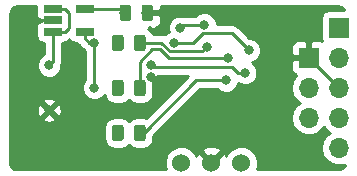
<source format=gbr>
G04 #@! TF.GenerationSoftware,KiCad,Pcbnew,5.0.2-bee76a0~70~ubuntu16.04.1*
G04 #@! TF.CreationDate,2019-07-30T14:22:58+02:00*
G04 #@! TF.ProjectId,hw-DAP42,68772d44-4150-4343-922e-6b696361645f,rev?*
G04 #@! TF.SameCoordinates,Original*
G04 #@! TF.FileFunction,Copper,L2,Bot*
G04 #@! TF.FilePolarity,Positive*
%FSLAX46Y46*%
G04 Gerber Fmt 4.6, Leading zero omitted, Abs format (unit mm)*
G04 Created by KiCad (PCBNEW 5.0.2-bee76a0~70~ubuntu16.04.1) date Tue 30 Jul 2019 02:22:58 PM CEST*
%MOMM*%
%LPD*%
G01*
G04 APERTURE LIST*
G04 #@! TA.AperFunction,Conductor*
%ADD10C,0.100000*%
G04 #@! TD*
G04 #@! TA.AperFunction,SMDPad,CuDef*
%ADD11C,0.975000*%
G04 #@! TD*
G04 #@! TA.AperFunction,ComponentPad*
%ADD12R,1.700000X1.700000*%
G04 #@! TD*
G04 #@! TA.AperFunction,ComponentPad*
%ADD13O,1.700000X1.700000*%
G04 #@! TD*
G04 #@! TA.AperFunction,ComponentPad*
%ADD14C,1.524000*%
G04 #@! TD*
G04 #@! TA.AperFunction,ComponentPad*
%ADD15C,0.797560*%
G04 #@! TD*
G04 #@! TA.AperFunction,SMDPad,CuDef*
%ADD16R,1.560000X0.650000*%
G04 #@! TD*
G04 #@! TA.AperFunction,ViaPad*
%ADD17C,0.800000*%
G04 #@! TD*
G04 #@! TA.AperFunction,Conductor*
%ADD18C,0.250000*%
G04 #@! TD*
G04 #@! TA.AperFunction,Conductor*
%ADD19C,0.254000*%
G04 #@! TD*
G04 APERTURE END LIST*
D10*
G04 #@! TO.N,GND*
G04 #@! TO.C,C1*
G36*
X149160142Y-81851174D02*
X149183803Y-81854684D01*
X149207007Y-81860496D01*
X149229529Y-81868554D01*
X149251153Y-81878782D01*
X149271670Y-81891079D01*
X149290883Y-81905329D01*
X149308607Y-81921393D01*
X149324671Y-81939117D01*
X149338921Y-81958330D01*
X149351218Y-81978847D01*
X149361446Y-82000471D01*
X149369504Y-82022993D01*
X149375316Y-82046197D01*
X149378826Y-82069858D01*
X149380000Y-82093750D01*
X149380000Y-83006250D01*
X149378826Y-83030142D01*
X149375316Y-83053803D01*
X149369504Y-83077007D01*
X149361446Y-83099529D01*
X149351218Y-83121153D01*
X149338921Y-83141670D01*
X149324671Y-83160883D01*
X149308607Y-83178607D01*
X149290883Y-83194671D01*
X149271670Y-83208921D01*
X149251153Y-83221218D01*
X149229529Y-83231446D01*
X149207007Y-83239504D01*
X149183803Y-83245316D01*
X149160142Y-83248826D01*
X149136250Y-83250000D01*
X148648750Y-83250000D01*
X148624858Y-83248826D01*
X148601197Y-83245316D01*
X148577993Y-83239504D01*
X148555471Y-83231446D01*
X148533847Y-83221218D01*
X148513330Y-83208921D01*
X148494117Y-83194671D01*
X148476393Y-83178607D01*
X148460329Y-83160883D01*
X148446079Y-83141670D01*
X148433782Y-83121153D01*
X148423554Y-83099529D01*
X148415496Y-83077007D01*
X148409684Y-83053803D01*
X148406174Y-83030142D01*
X148405000Y-83006250D01*
X148405000Y-82093750D01*
X148406174Y-82069858D01*
X148409684Y-82046197D01*
X148415496Y-82022993D01*
X148423554Y-82000471D01*
X148433782Y-81978847D01*
X148446079Y-81958330D01*
X148460329Y-81939117D01*
X148476393Y-81921393D01*
X148494117Y-81905329D01*
X148513330Y-81891079D01*
X148533847Y-81878782D01*
X148555471Y-81868554D01*
X148577993Y-81860496D01*
X148601197Y-81854684D01*
X148624858Y-81851174D01*
X148648750Y-81850000D01*
X149136250Y-81850000D01*
X149160142Y-81851174D01*
X149160142Y-81851174D01*
G37*
D11*
G04 #@! TD*
G04 #@! TO.P,C1,1*
G04 #@! TO.N,GND*
X148892500Y-82550000D03*
D10*
G04 #@! TO.N,Net-(C1-Pad2)*
G04 #@! TO.C,C1*
G36*
X147285142Y-81851174D02*
X147308803Y-81854684D01*
X147332007Y-81860496D01*
X147354529Y-81868554D01*
X147376153Y-81878782D01*
X147396670Y-81891079D01*
X147415883Y-81905329D01*
X147433607Y-81921393D01*
X147449671Y-81939117D01*
X147463921Y-81958330D01*
X147476218Y-81978847D01*
X147486446Y-82000471D01*
X147494504Y-82022993D01*
X147500316Y-82046197D01*
X147503826Y-82069858D01*
X147505000Y-82093750D01*
X147505000Y-83006250D01*
X147503826Y-83030142D01*
X147500316Y-83053803D01*
X147494504Y-83077007D01*
X147486446Y-83099529D01*
X147476218Y-83121153D01*
X147463921Y-83141670D01*
X147449671Y-83160883D01*
X147433607Y-83178607D01*
X147415883Y-83194671D01*
X147396670Y-83208921D01*
X147376153Y-83221218D01*
X147354529Y-83231446D01*
X147332007Y-83239504D01*
X147308803Y-83245316D01*
X147285142Y-83248826D01*
X147261250Y-83250000D01*
X146773750Y-83250000D01*
X146749858Y-83248826D01*
X146726197Y-83245316D01*
X146702993Y-83239504D01*
X146680471Y-83231446D01*
X146658847Y-83221218D01*
X146638330Y-83208921D01*
X146619117Y-83194671D01*
X146601393Y-83178607D01*
X146585329Y-83160883D01*
X146571079Y-83141670D01*
X146558782Y-83121153D01*
X146548554Y-83099529D01*
X146540496Y-83077007D01*
X146534684Y-83053803D01*
X146531174Y-83030142D01*
X146530000Y-83006250D01*
X146530000Y-82093750D01*
X146531174Y-82069858D01*
X146534684Y-82046197D01*
X146540496Y-82022993D01*
X146548554Y-82000471D01*
X146558782Y-81978847D01*
X146571079Y-81958330D01*
X146585329Y-81939117D01*
X146601393Y-81921393D01*
X146619117Y-81905329D01*
X146638330Y-81891079D01*
X146658847Y-81878782D01*
X146680471Y-81868554D01*
X146702993Y-81860496D01*
X146726197Y-81854684D01*
X146749858Y-81851174D01*
X146773750Y-81850000D01*
X147261250Y-81850000D01*
X147285142Y-81851174D01*
X147285142Y-81851174D01*
G37*
D11*
G04 #@! TD*
G04 #@! TO.P,C1,2*
G04 #@! TO.N,Net-(C1-Pad2)*
X147017500Y-82550000D03*
D10*
G04 #@! TO.N,/LED0*
G04 #@! TO.C,R2*
G36*
X148525142Y-92011174D02*
X148548803Y-92014684D01*
X148572007Y-92020496D01*
X148594529Y-92028554D01*
X148616153Y-92038782D01*
X148636670Y-92051079D01*
X148655883Y-92065329D01*
X148673607Y-92081393D01*
X148689671Y-92099117D01*
X148703921Y-92118330D01*
X148716218Y-92138847D01*
X148726446Y-92160471D01*
X148734504Y-92182993D01*
X148740316Y-92206197D01*
X148743826Y-92229858D01*
X148745000Y-92253750D01*
X148745000Y-93166250D01*
X148743826Y-93190142D01*
X148740316Y-93213803D01*
X148734504Y-93237007D01*
X148726446Y-93259529D01*
X148716218Y-93281153D01*
X148703921Y-93301670D01*
X148689671Y-93320883D01*
X148673607Y-93338607D01*
X148655883Y-93354671D01*
X148636670Y-93368921D01*
X148616153Y-93381218D01*
X148594529Y-93391446D01*
X148572007Y-93399504D01*
X148548803Y-93405316D01*
X148525142Y-93408826D01*
X148501250Y-93410000D01*
X148013750Y-93410000D01*
X147989858Y-93408826D01*
X147966197Y-93405316D01*
X147942993Y-93399504D01*
X147920471Y-93391446D01*
X147898847Y-93381218D01*
X147878330Y-93368921D01*
X147859117Y-93354671D01*
X147841393Y-93338607D01*
X147825329Y-93320883D01*
X147811079Y-93301670D01*
X147798782Y-93281153D01*
X147788554Y-93259529D01*
X147780496Y-93237007D01*
X147774684Y-93213803D01*
X147771174Y-93190142D01*
X147770000Y-93166250D01*
X147770000Y-92253750D01*
X147771174Y-92229858D01*
X147774684Y-92206197D01*
X147780496Y-92182993D01*
X147788554Y-92160471D01*
X147798782Y-92138847D01*
X147811079Y-92118330D01*
X147825329Y-92099117D01*
X147841393Y-92081393D01*
X147859117Y-92065329D01*
X147878330Y-92051079D01*
X147898847Y-92038782D01*
X147920471Y-92028554D01*
X147942993Y-92020496D01*
X147966197Y-92014684D01*
X147989858Y-92011174D01*
X148013750Y-92010000D01*
X148501250Y-92010000D01*
X148525142Y-92011174D01*
X148525142Y-92011174D01*
G37*
D11*
G04 #@! TD*
G04 #@! TO.P,R2,2*
G04 #@! TO.N,/LED0*
X148257500Y-92710000D03*
D10*
G04 #@! TO.N,Net-(D1-Pad1)*
G04 #@! TO.C,R2*
G36*
X146650142Y-92011174D02*
X146673803Y-92014684D01*
X146697007Y-92020496D01*
X146719529Y-92028554D01*
X146741153Y-92038782D01*
X146761670Y-92051079D01*
X146780883Y-92065329D01*
X146798607Y-92081393D01*
X146814671Y-92099117D01*
X146828921Y-92118330D01*
X146841218Y-92138847D01*
X146851446Y-92160471D01*
X146859504Y-92182993D01*
X146865316Y-92206197D01*
X146868826Y-92229858D01*
X146870000Y-92253750D01*
X146870000Y-93166250D01*
X146868826Y-93190142D01*
X146865316Y-93213803D01*
X146859504Y-93237007D01*
X146851446Y-93259529D01*
X146841218Y-93281153D01*
X146828921Y-93301670D01*
X146814671Y-93320883D01*
X146798607Y-93338607D01*
X146780883Y-93354671D01*
X146761670Y-93368921D01*
X146741153Y-93381218D01*
X146719529Y-93391446D01*
X146697007Y-93399504D01*
X146673803Y-93405316D01*
X146650142Y-93408826D01*
X146626250Y-93410000D01*
X146138750Y-93410000D01*
X146114858Y-93408826D01*
X146091197Y-93405316D01*
X146067993Y-93399504D01*
X146045471Y-93391446D01*
X146023847Y-93381218D01*
X146003330Y-93368921D01*
X145984117Y-93354671D01*
X145966393Y-93338607D01*
X145950329Y-93320883D01*
X145936079Y-93301670D01*
X145923782Y-93281153D01*
X145913554Y-93259529D01*
X145905496Y-93237007D01*
X145899684Y-93213803D01*
X145896174Y-93190142D01*
X145895000Y-93166250D01*
X145895000Y-92253750D01*
X145896174Y-92229858D01*
X145899684Y-92206197D01*
X145905496Y-92182993D01*
X145913554Y-92160471D01*
X145923782Y-92138847D01*
X145936079Y-92118330D01*
X145950329Y-92099117D01*
X145966393Y-92081393D01*
X145984117Y-92065329D01*
X146003330Y-92051079D01*
X146023847Y-92038782D01*
X146045471Y-92028554D01*
X146067993Y-92020496D01*
X146091197Y-92014684D01*
X146114858Y-92011174D01*
X146138750Y-92010000D01*
X146626250Y-92010000D01*
X146650142Y-92011174D01*
X146650142Y-92011174D01*
G37*
D11*
G04 #@! TD*
G04 #@! TO.P,R2,1*
G04 #@! TO.N,Net-(D1-Pad1)*
X146382500Y-92710000D03*
D10*
G04 #@! TO.N,/LED1*
G04 #@! TO.C,R3*
G36*
X148525142Y-88201174D02*
X148548803Y-88204684D01*
X148572007Y-88210496D01*
X148594529Y-88218554D01*
X148616153Y-88228782D01*
X148636670Y-88241079D01*
X148655883Y-88255329D01*
X148673607Y-88271393D01*
X148689671Y-88289117D01*
X148703921Y-88308330D01*
X148716218Y-88328847D01*
X148726446Y-88350471D01*
X148734504Y-88372993D01*
X148740316Y-88396197D01*
X148743826Y-88419858D01*
X148745000Y-88443750D01*
X148745000Y-89356250D01*
X148743826Y-89380142D01*
X148740316Y-89403803D01*
X148734504Y-89427007D01*
X148726446Y-89449529D01*
X148716218Y-89471153D01*
X148703921Y-89491670D01*
X148689671Y-89510883D01*
X148673607Y-89528607D01*
X148655883Y-89544671D01*
X148636670Y-89558921D01*
X148616153Y-89571218D01*
X148594529Y-89581446D01*
X148572007Y-89589504D01*
X148548803Y-89595316D01*
X148525142Y-89598826D01*
X148501250Y-89600000D01*
X148013750Y-89600000D01*
X147989858Y-89598826D01*
X147966197Y-89595316D01*
X147942993Y-89589504D01*
X147920471Y-89581446D01*
X147898847Y-89571218D01*
X147878330Y-89558921D01*
X147859117Y-89544671D01*
X147841393Y-89528607D01*
X147825329Y-89510883D01*
X147811079Y-89491670D01*
X147798782Y-89471153D01*
X147788554Y-89449529D01*
X147780496Y-89427007D01*
X147774684Y-89403803D01*
X147771174Y-89380142D01*
X147770000Y-89356250D01*
X147770000Y-88443750D01*
X147771174Y-88419858D01*
X147774684Y-88396197D01*
X147780496Y-88372993D01*
X147788554Y-88350471D01*
X147798782Y-88328847D01*
X147811079Y-88308330D01*
X147825329Y-88289117D01*
X147841393Y-88271393D01*
X147859117Y-88255329D01*
X147878330Y-88241079D01*
X147898847Y-88228782D01*
X147920471Y-88218554D01*
X147942993Y-88210496D01*
X147966197Y-88204684D01*
X147989858Y-88201174D01*
X148013750Y-88200000D01*
X148501250Y-88200000D01*
X148525142Y-88201174D01*
X148525142Y-88201174D01*
G37*
D11*
G04 #@! TD*
G04 #@! TO.P,R3,2*
G04 #@! TO.N,/LED1*
X148257500Y-88900000D03*
D10*
G04 #@! TO.N,Net-(D2-Pad1)*
G04 #@! TO.C,R3*
G36*
X146650142Y-88201174D02*
X146673803Y-88204684D01*
X146697007Y-88210496D01*
X146719529Y-88218554D01*
X146741153Y-88228782D01*
X146761670Y-88241079D01*
X146780883Y-88255329D01*
X146798607Y-88271393D01*
X146814671Y-88289117D01*
X146828921Y-88308330D01*
X146841218Y-88328847D01*
X146851446Y-88350471D01*
X146859504Y-88372993D01*
X146865316Y-88396197D01*
X146868826Y-88419858D01*
X146870000Y-88443750D01*
X146870000Y-89356250D01*
X146868826Y-89380142D01*
X146865316Y-89403803D01*
X146859504Y-89427007D01*
X146851446Y-89449529D01*
X146841218Y-89471153D01*
X146828921Y-89491670D01*
X146814671Y-89510883D01*
X146798607Y-89528607D01*
X146780883Y-89544671D01*
X146761670Y-89558921D01*
X146741153Y-89571218D01*
X146719529Y-89581446D01*
X146697007Y-89589504D01*
X146673803Y-89595316D01*
X146650142Y-89598826D01*
X146626250Y-89600000D01*
X146138750Y-89600000D01*
X146114858Y-89598826D01*
X146091197Y-89595316D01*
X146067993Y-89589504D01*
X146045471Y-89581446D01*
X146023847Y-89571218D01*
X146003330Y-89558921D01*
X145984117Y-89544671D01*
X145966393Y-89528607D01*
X145950329Y-89510883D01*
X145936079Y-89491670D01*
X145923782Y-89471153D01*
X145913554Y-89449529D01*
X145905496Y-89427007D01*
X145899684Y-89403803D01*
X145896174Y-89380142D01*
X145895000Y-89356250D01*
X145895000Y-88443750D01*
X145896174Y-88419858D01*
X145899684Y-88396197D01*
X145905496Y-88372993D01*
X145913554Y-88350471D01*
X145923782Y-88328847D01*
X145936079Y-88308330D01*
X145950329Y-88289117D01*
X145966393Y-88271393D01*
X145984117Y-88255329D01*
X146003330Y-88241079D01*
X146023847Y-88228782D01*
X146045471Y-88218554D01*
X146067993Y-88210496D01*
X146091197Y-88204684D01*
X146114858Y-88201174D01*
X146138750Y-88200000D01*
X146626250Y-88200000D01*
X146650142Y-88201174D01*
X146650142Y-88201174D01*
G37*
D11*
G04 #@! TD*
G04 #@! TO.P,R3,1*
G04 #@! TO.N,Net-(D2-Pad1)*
X146382500Y-88900000D03*
D10*
G04 #@! TO.N,Net-(D3-Pad1)*
G04 #@! TO.C,R4*
G36*
X146650142Y-84391174D02*
X146673803Y-84394684D01*
X146697007Y-84400496D01*
X146719529Y-84408554D01*
X146741153Y-84418782D01*
X146761670Y-84431079D01*
X146780883Y-84445329D01*
X146798607Y-84461393D01*
X146814671Y-84479117D01*
X146828921Y-84498330D01*
X146841218Y-84518847D01*
X146851446Y-84540471D01*
X146859504Y-84562993D01*
X146865316Y-84586197D01*
X146868826Y-84609858D01*
X146870000Y-84633750D01*
X146870000Y-85546250D01*
X146868826Y-85570142D01*
X146865316Y-85593803D01*
X146859504Y-85617007D01*
X146851446Y-85639529D01*
X146841218Y-85661153D01*
X146828921Y-85681670D01*
X146814671Y-85700883D01*
X146798607Y-85718607D01*
X146780883Y-85734671D01*
X146761670Y-85748921D01*
X146741153Y-85761218D01*
X146719529Y-85771446D01*
X146697007Y-85779504D01*
X146673803Y-85785316D01*
X146650142Y-85788826D01*
X146626250Y-85790000D01*
X146138750Y-85790000D01*
X146114858Y-85788826D01*
X146091197Y-85785316D01*
X146067993Y-85779504D01*
X146045471Y-85771446D01*
X146023847Y-85761218D01*
X146003330Y-85748921D01*
X145984117Y-85734671D01*
X145966393Y-85718607D01*
X145950329Y-85700883D01*
X145936079Y-85681670D01*
X145923782Y-85661153D01*
X145913554Y-85639529D01*
X145905496Y-85617007D01*
X145899684Y-85593803D01*
X145896174Y-85570142D01*
X145895000Y-85546250D01*
X145895000Y-84633750D01*
X145896174Y-84609858D01*
X145899684Y-84586197D01*
X145905496Y-84562993D01*
X145913554Y-84540471D01*
X145923782Y-84518847D01*
X145936079Y-84498330D01*
X145950329Y-84479117D01*
X145966393Y-84461393D01*
X145984117Y-84445329D01*
X146003330Y-84431079D01*
X146023847Y-84418782D01*
X146045471Y-84408554D01*
X146067993Y-84400496D01*
X146091197Y-84394684D01*
X146114858Y-84391174D01*
X146138750Y-84390000D01*
X146626250Y-84390000D01*
X146650142Y-84391174D01*
X146650142Y-84391174D01*
G37*
D11*
G04 #@! TD*
G04 #@! TO.P,R4,1*
G04 #@! TO.N,Net-(D3-Pad1)*
X146382500Y-85090000D03*
D10*
G04 #@! TO.N,/LED2*
G04 #@! TO.C,R4*
G36*
X148525142Y-84391174D02*
X148548803Y-84394684D01*
X148572007Y-84400496D01*
X148594529Y-84408554D01*
X148616153Y-84418782D01*
X148636670Y-84431079D01*
X148655883Y-84445329D01*
X148673607Y-84461393D01*
X148689671Y-84479117D01*
X148703921Y-84498330D01*
X148716218Y-84518847D01*
X148726446Y-84540471D01*
X148734504Y-84562993D01*
X148740316Y-84586197D01*
X148743826Y-84609858D01*
X148745000Y-84633750D01*
X148745000Y-85546250D01*
X148743826Y-85570142D01*
X148740316Y-85593803D01*
X148734504Y-85617007D01*
X148726446Y-85639529D01*
X148716218Y-85661153D01*
X148703921Y-85681670D01*
X148689671Y-85700883D01*
X148673607Y-85718607D01*
X148655883Y-85734671D01*
X148636670Y-85748921D01*
X148616153Y-85761218D01*
X148594529Y-85771446D01*
X148572007Y-85779504D01*
X148548803Y-85785316D01*
X148525142Y-85788826D01*
X148501250Y-85790000D01*
X148013750Y-85790000D01*
X147989858Y-85788826D01*
X147966197Y-85785316D01*
X147942993Y-85779504D01*
X147920471Y-85771446D01*
X147898847Y-85761218D01*
X147878330Y-85748921D01*
X147859117Y-85734671D01*
X147841393Y-85718607D01*
X147825329Y-85700883D01*
X147811079Y-85681670D01*
X147798782Y-85661153D01*
X147788554Y-85639529D01*
X147780496Y-85617007D01*
X147774684Y-85593803D01*
X147771174Y-85570142D01*
X147770000Y-85546250D01*
X147770000Y-84633750D01*
X147771174Y-84609858D01*
X147774684Y-84586197D01*
X147780496Y-84562993D01*
X147788554Y-84540471D01*
X147798782Y-84518847D01*
X147811079Y-84498330D01*
X147825329Y-84479117D01*
X147841393Y-84461393D01*
X147859117Y-84445329D01*
X147878330Y-84431079D01*
X147898847Y-84418782D01*
X147920471Y-84408554D01*
X147942993Y-84400496D01*
X147966197Y-84394684D01*
X147989858Y-84391174D01*
X148013750Y-84390000D01*
X148501250Y-84390000D01*
X148525142Y-84391174D01*
X148525142Y-84391174D01*
G37*
D11*
G04 #@! TD*
G04 #@! TO.P,R4,2*
G04 #@! TO.N,/LED2*
X148257500Y-85090000D03*
D12*
G04 #@! TO.P,J3,1*
G04 #@! TO.N,GND*
X162560000Y-86360000D03*
D13*
G04 #@! TO.P,J3,2*
G04 #@! TO.N,/TGT_TX*
X162560000Y-88900000D03*
G04 #@! TO.P,J3,3*
G04 #@! TO.N,/TGT_RX*
X162560000Y-91440000D03*
G04 #@! TD*
D14*
G04 #@! TO.P,X1,1*
G04 #@! TO.N,/IF_SWDIO*
X151765000Y-95250000D03*
G04 #@! TO.P,X1,2*
G04 #@! TO.N,GND*
X154305000Y-95250000D03*
G04 #@! TO.P,X1,3*
G04 #@! TO.N,/IF_SWCLK*
X156845000Y-95250000D03*
G04 #@! TD*
D12*
G04 #@! TO.P,J2,1*
G04 #@! TO.N,/TGT_RESET*
X165100000Y-83820000D03*
D13*
G04 #@! TO.P,J2,2*
G04 #@! TO.N,/TGT_SWDIO*
X165100000Y-86360000D03*
G04 #@! TO.P,J2,3*
G04 #@! TO.N,GND*
X165100000Y-88900000D03*
G04 #@! TO.P,J2,4*
G04 #@! TO.N,/TGT_SWCLK*
X165100000Y-91440000D03*
G04 #@! TO.P,J2,5*
G04 #@! TO.N,/TGT_SWO*
X165100000Y-93980000D03*
G04 #@! TD*
D15*
G04 #@! TO.P,J1,5*
G04 #@! TO.N,GND*
X140576300Y-90797380D03*
G04 #@! TO.P,J1,1*
G04 #@! TO.N,+5V*
X140578840Y-87000080D03*
G04 #@! TD*
D16*
G04 #@! TO.P,U1,1*
G04 #@! TO.N,+5V*
X140890000Y-84135000D03*
G04 #@! TO.P,U1,2*
G04 #@! TO.N,GND*
X140890000Y-83185000D03*
G04 #@! TO.P,U1,3*
G04 #@! TO.N,+5V*
X140890000Y-82235000D03*
G04 #@! TO.P,U1,4*
G04 #@! TO.N,Net-(C1-Pad2)*
X143590000Y-82235000D03*
G04 #@! TO.P,U1,5*
G04 #@! TO.N,VCC*
X143590000Y-84135000D03*
G04 #@! TD*
D17*
G04 #@! TO.N,GND*
X138430000Y-84950300D03*
X138430000Y-87701120D03*
X138430000Y-90098880D03*
X138430000Y-92849700D03*
X159052500Y-87630000D03*
X159061806Y-90150464D03*
X159097115Y-92665385D03*
X149224837Y-87995011D03*
G04 #@! TO.N,VCC*
X144390000Y-88900000D03*
X157177500Y-87630000D03*
X144390000Y-85090000D03*
X149225000Y-86994992D03*
G04 #@! TO.N,Net-(D1-Pad1)*
X146440000Y-92710000D03*
G04 #@! TO.N,Net-(D2-Pad1)*
X146440000Y-88900000D03*
G04 #@! TO.N,Net-(D3-Pad1)*
X146440000Y-85090000D03*
G04 #@! TO.N,/TGT_SWCLK*
X153711054Y-83549979D03*
X151674990Y-83820000D03*
G04 #@! TO.N,/TGT_SWO*
X151130000Y-85090000D03*
X157480000Y-85725000D03*
G04 #@! TO.N,/LED0*
X155575000Y-88265000D03*
G04 #@! TO.N,/LED1*
X155721683Y-86375575D03*
G04 #@! TO.N,/LED2*
X153946496Y-85416028D03*
G04 #@! TD*
D18*
G04 #@! TO.N,Net-(C1-Pad2)*
X146702500Y-82235000D02*
X147017500Y-82550000D01*
X143590000Y-82235000D02*
X146702500Y-82235000D01*
G04 #@! TO.N,GND*
X138430000Y-83751610D02*
X138996610Y-83185000D01*
X139860000Y-83185000D02*
X140890000Y-83185000D01*
X138996610Y-83185000D02*
X139860000Y-83185000D01*
X138430000Y-84950300D02*
X138430000Y-83751610D01*
X162560000Y-86360000D02*
X165100000Y-88900000D01*
G04 #@! TO.N,VCC*
X143590000Y-84710000D02*
X143970000Y-85090000D01*
X143590000Y-84135000D02*
X143590000Y-84710000D01*
X143970000Y-85090000D02*
X144145000Y-85090000D01*
X144390000Y-85335000D02*
X144145000Y-85090000D01*
X144390000Y-88900000D02*
X144390000Y-85335000D01*
X156060577Y-87100577D02*
X149330585Y-87100577D01*
X149330585Y-87100577D02*
X149225000Y-86994992D01*
X156590000Y-87630000D02*
X156060577Y-87100577D01*
X157177500Y-87630000D02*
X156590000Y-87630000D01*
G04 #@! TO.N,+5V*
X141920000Y-84135000D02*
X142240000Y-83815000D01*
X140890000Y-84135000D02*
X141920000Y-84135000D01*
X141920000Y-82235000D02*
X140890000Y-82235000D01*
X142240000Y-82555000D02*
X141920000Y-82235000D01*
X142240000Y-83815000D02*
X142240000Y-82555000D01*
X140890000Y-86688920D02*
X140890000Y-84135000D01*
X140578840Y-87000080D02*
X140890000Y-86688920D01*
G04 #@! TO.N,/TGT_SWCLK*
X153711054Y-83549979D02*
X151945011Y-83549979D01*
X151945011Y-83549979D02*
X151674990Y-83820000D01*
G04 #@! TO.N,/TGT_SWO*
X152783484Y-85090000D02*
X153598495Y-84274989D01*
X156029989Y-84274989D02*
X157480000Y-85725000D01*
X151130000Y-85090000D02*
X152783484Y-85090000D01*
X153598495Y-84274989D02*
X156029989Y-84274989D01*
G04 #@! TO.N,/LED0*
X148590000Y-92710000D02*
X148257500Y-92710000D01*
X153035000Y-88265000D02*
X148590000Y-92710000D01*
X155575000Y-88265000D02*
X153035000Y-88265000D01*
G04 #@! TO.N,/LED1*
X150706162Y-86375575D02*
X155155998Y-86375575D01*
X155155998Y-86375575D02*
X155721683Y-86375575D01*
X148257500Y-88900000D02*
X148257500Y-86692500D01*
X148257500Y-86692500D02*
X149315002Y-85634998D01*
X149315002Y-85634998D02*
X149965585Y-85634998D01*
X149965585Y-85634998D02*
X150706162Y-86375575D01*
G04 #@! TO.N,/LED2*
X153546497Y-85816027D02*
X153946496Y-85416028D01*
X148257500Y-85090000D02*
X150056998Y-85090000D01*
X150783025Y-85816027D02*
X153546497Y-85816027D01*
X150056998Y-85090000D02*
X150783025Y-85816027D01*
G04 #@! TD*
D19*
G04 #@! TO.N,GND*
G36*
X139462560Y-82560000D02*
X139489936Y-82697631D01*
X139475000Y-82733690D01*
X139475000Y-82899250D01*
X139633750Y-83058000D01*
X139712341Y-83058000D01*
X139862235Y-83158157D01*
X139997185Y-83185000D01*
X139862235Y-83211843D01*
X139712341Y-83312000D01*
X139633750Y-83312000D01*
X139475000Y-83470750D01*
X139475000Y-83636310D01*
X139489936Y-83672369D01*
X139462560Y-83810000D01*
X139462560Y-84460000D01*
X139511843Y-84707765D01*
X139652191Y-84917809D01*
X139862235Y-85058157D01*
X140110000Y-85107440D01*
X140130001Y-85107440D01*
X140130000Y-86067040D01*
X139993251Y-86123684D01*
X139702444Y-86414491D01*
X139545060Y-86794448D01*
X139545060Y-87205712D01*
X139702444Y-87585669D01*
X139993251Y-87876476D01*
X140373208Y-88033860D01*
X140784472Y-88033860D01*
X141164429Y-87876476D01*
X141455236Y-87585669D01*
X141612620Y-87205712D01*
X141612620Y-86951694D01*
X141644958Y-86789118D01*
X141650000Y-86763772D01*
X141650000Y-86763768D01*
X141664888Y-86688920D01*
X141650000Y-86614072D01*
X141650000Y-85107440D01*
X141670000Y-85107440D01*
X141917765Y-85058157D01*
X142127809Y-84917809D01*
X142165766Y-84861003D01*
X142216537Y-84850904D01*
X142279414Y-84808891D01*
X142352191Y-84917809D01*
X142562235Y-85058157D01*
X142810000Y-85107440D01*
X142941518Y-85107440D01*
X143042072Y-85257929D01*
X143105528Y-85300329D01*
X143379669Y-85574470D01*
X143422071Y-85637929D01*
X143579225Y-85742936D01*
X143630001Y-85793712D01*
X143630000Y-88196289D01*
X143512569Y-88313720D01*
X143355000Y-88694126D01*
X143355000Y-89105874D01*
X143512569Y-89486280D01*
X143803720Y-89777431D01*
X144184126Y-89935000D01*
X144595874Y-89935000D01*
X144976280Y-89777431D01*
X145267431Y-89486280D01*
X145271480Y-89476504D01*
X145315398Y-89697294D01*
X145508584Y-89986416D01*
X145797706Y-90179602D01*
X146138750Y-90247440D01*
X146626250Y-90247440D01*
X146967294Y-90179602D01*
X147256416Y-89986416D01*
X147320000Y-89891256D01*
X147383584Y-89986416D01*
X147672706Y-90179602D01*
X148013750Y-90247440D01*
X148501250Y-90247440D01*
X148842294Y-90179602D01*
X149131416Y-89986416D01*
X149324602Y-89697294D01*
X149392440Y-89356250D01*
X149392440Y-88443750D01*
X149324602Y-88102706D01*
X149276016Y-88029992D01*
X149430874Y-88029992D01*
X149811280Y-87872423D01*
X149823126Y-87860577D01*
X152364621Y-87860577D01*
X148802680Y-91422518D01*
X148501250Y-91362560D01*
X148013750Y-91362560D01*
X147672706Y-91430398D01*
X147383584Y-91623584D01*
X147320000Y-91718744D01*
X147256416Y-91623584D01*
X146967294Y-91430398D01*
X146626250Y-91362560D01*
X146138750Y-91362560D01*
X145797706Y-91430398D01*
X145508584Y-91623584D01*
X145315398Y-91912706D01*
X145247560Y-92253750D01*
X145247560Y-93166250D01*
X145315398Y-93507294D01*
X145508584Y-93796416D01*
X145797706Y-93989602D01*
X146138750Y-94057440D01*
X146626250Y-94057440D01*
X146967294Y-93989602D01*
X147256416Y-93796416D01*
X147320000Y-93701256D01*
X147383584Y-93796416D01*
X147672706Y-93989602D01*
X148013750Y-94057440D01*
X148501250Y-94057440D01*
X148842294Y-93989602D01*
X149131416Y-93796416D01*
X149324602Y-93507294D01*
X149392440Y-93166250D01*
X149392440Y-92982361D01*
X153349802Y-89025000D01*
X154871289Y-89025000D01*
X154988720Y-89142431D01*
X155369126Y-89300000D01*
X155780874Y-89300000D01*
X156161280Y-89142431D01*
X156452431Y-88851280D01*
X156594325Y-88508717D01*
X156971626Y-88665000D01*
X157383374Y-88665000D01*
X157763780Y-88507431D01*
X158054931Y-88216280D01*
X158212500Y-87835874D01*
X158212500Y-87424126D01*
X158054931Y-87043720D01*
X157763780Y-86752569D01*
X157733797Y-86740150D01*
X158066280Y-86602431D01*
X158357431Y-86311280D01*
X158515000Y-85930874D01*
X158515000Y-85519126D01*
X158458901Y-85383690D01*
X161075000Y-85383690D01*
X161075000Y-86074250D01*
X161233750Y-86233000D01*
X162433000Y-86233000D01*
X162433000Y-85033750D01*
X162274250Y-84875000D01*
X161583691Y-84875000D01*
X161350302Y-84971673D01*
X161171673Y-85150301D01*
X161075000Y-85383690D01*
X158458901Y-85383690D01*
X158357431Y-85138720D01*
X158066280Y-84847569D01*
X157685874Y-84690000D01*
X157519802Y-84690000D01*
X156620320Y-83790519D01*
X156577918Y-83727060D01*
X156326526Y-83559085D01*
X156104841Y-83514989D01*
X156104836Y-83514989D01*
X156029989Y-83500101D01*
X155955142Y-83514989D01*
X154746054Y-83514989D01*
X154746054Y-83344105D01*
X154588485Y-82963699D01*
X154297334Y-82672548D01*
X153916928Y-82514979D01*
X153505180Y-82514979D01*
X153124774Y-82672548D01*
X153007343Y-82789979D01*
X152019857Y-82789979D01*
X151945010Y-82775091D01*
X151885513Y-82786926D01*
X151880864Y-82785000D01*
X151469116Y-82785000D01*
X151088710Y-82942569D01*
X150797559Y-83233720D01*
X150639990Y-83614126D01*
X150639990Y-84025874D01*
X150691898Y-84151192D01*
X150543720Y-84212569D01*
X150370714Y-84385575D01*
X150353535Y-84374096D01*
X150131850Y-84330000D01*
X150131845Y-84330000D01*
X150056998Y-84315112D01*
X149982151Y-84330000D01*
X149332020Y-84330000D01*
X149324602Y-84292706D01*
X149131416Y-84003584D01*
X148953943Y-83885000D01*
X149019502Y-83885000D01*
X149019502Y-83726252D01*
X149178250Y-83885000D01*
X149506309Y-83885000D01*
X149739698Y-83788327D01*
X149918327Y-83609699D01*
X150015000Y-83376310D01*
X150015000Y-82835750D01*
X149856250Y-82677000D01*
X149019500Y-82677000D01*
X149019500Y-82697000D01*
X148765500Y-82697000D01*
X148765500Y-82677000D01*
X148745500Y-82677000D01*
X148745500Y-82423000D01*
X148765500Y-82423000D01*
X148765500Y-82403000D01*
X149019500Y-82403000D01*
X149019500Y-82423000D01*
X149856250Y-82423000D01*
X150015000Y-82264250D01*
X150015000Y-82015000D01*
X165035695Y-82015000D01*
X165279102Y-82057919D01*
X165436604Y-82148854D01*
X165553503Y-82288168D01*
X165566021Y-82322560D01*
X164250000Y-82322560D01*
X164002235Y-82371843D01*
X163792191Y-82512191D01*
X163651843Y-82722235D01*
X163602560Y-82970000D01*
X163602560Y-84670000D01*
X163651843Y-84917765D01*
X163656546Y-84924804D01*
X163536309Y-84875000D01*
X162845750Y-84875000D01*
X162687000Y-85033750D01*
X162687000Y-86233000D01*
X162707000Y-86233000D01*
X162707000Y-86487000D01*
X162687000Y-86487000D01*
X162687000Y-86507000D01*
X162433000Y-86507000D01*
X162433000Y-86487000D01*
X161233750Y-86487000D01*
X161075000Y-86645750D01*
X161075000Y-87336310D01*
X161171673Y-87569699D01*
X161350302Y-87748327D01*
X161511033Y-87814904D01*
X161489375Y-87829375D01*
X161161161Y-88320582D01*
X161045908Y-88900000D01*
X161161161Y-89479418D01*
X161489375Y-89970625D01*
X161787761Y-90170000D01*
X161489375Y-90369375D01*
X161161161Y-90860582D01*
X161045908Y-91440000D01*
X161161161Y-92019418D01*
X161489375Y-92510625D01*
X161980582Y-92838839D01*
X162413744Y-92925000D01*
X162706256Y-92925000D01*
X163139418Y-92838839D01*
X163630625Y-92510625D01*
X163830000Y-92212239D01*
X164029375Y-92510625D01*
X164327761Y-92710000D01*
X164029375Y-92909375D01*
X163701161Y-93400582D01*
X163585908Y-93980000D01*
X163701161Y-94559418D01*
X164029375Y-95050625D01*
X164520582Y-95378839D01*
X164953744Y-95465000D01*
X165246256Y-95465000D01*
X165598091Y-95395016D01*
X165592081Y-95429103D01*
X165501147Y-95586604D01*
X165361831Y-95703504D01*
X165160077Y-95776937D01*
X165067911Y-95785000D01*
X158135498Y-95785000D01*
X158242000Y-95527881D01*
X158242000Y-94972119D01*
X158029320Y-94458663D01*
X157636337Y-94065680D01*
X157122881Y-93853000D01*
X156567119Y-93853000D01*
X156053663Y-94065680D01*
X155660680Y-94458663D01*
X155581572Y-94649647D01*
X155527397Y-94518857D01*
X155285213Y-94449392D01*
X154484605Y-95250000D01*
X154498748Y-95264143D01*
X154319143Y-95443748D01*
X154305000Y-95429605D01*
X154290858Y-95443748D01*
X154111253Y-95264143D01*
X154125395Y-95250000D01*
X153324787Y-94449392D01*
X153082603Y-94518857D01*
X153032465Y-94659393D01*
X152949320Y-94458663D01*
X152760444Y-94269787D01*
X153504392Y-94269787D01*
X154305000Y-95070395D01*
X155105608Y-94269787D01*
X155036143Y-94027603D01*
X154512698Y-93840856D01*
X153957632Y-93868638D01*
X153573857Y-94027603D01*
X153504392Y-94269787D01*
X152760444Y-94269787D01*
X152556337Y-94065680D01*
X152042881Y-93853000D01*
X151487119Y-93853000D01*
X150973663Y-94065680D01*
X150580680Y-94458663D01*
X150368000Y-94972119D01*
X150368000Y-95527881D01*
X150474502Y-95785000D01*
X137859305Y-95785000D01*
X137615897Y-95742081D01*
X137458396Y-95651147D01*
X137341496Y-95511831D01*
X137268063Y-95310077D01*
X137260000Y-95217911D01*
X137260000Y-91513841D01*
X140039444Y-91513841D01*
X140064014Y-91718546D01*
X140455524Y-91844470D01*
X140865422Y-91810984D01*
X141088586Y-91718546D01*
X141113156Y-91513841D01*
X140576300Y-90976985D01*
X140039444Y-91513841D01*
X137260000Y-91513841D01*
X137260000Y-90676604D01*
X139529210Y-90676604D01*
X139562696Y-91086502D01*
X139655134Y-91309666D01*
X139859839Y-91334236D01*
X140396695Y-90797380D01*
X140755905Y-90797380D01*
X141292761Y-91334236D01*
X141497466Y-91309666D01*
X141623390Y-90918156D01*
X141589904Y-90508258D01*
X141497466Y-90285094D01*
X141292761Y-90260524D01*
X140755905Y-90797380D01*
X140396695Y-90797380D01*
X139859839Y-90260524D01*
X139655134Y-90285094D01*
X139529210Y-90676604D01*
X137260000Y-90676604D01*
X137260000Y-90080919D01*
X140039444Y-90080919D01*
X140576300Y-90617775D01*
X141113156Y-90080919D01*
X141088586Y-89876214D01*
X140697076Y-89750290D01*
X140287178Y-89783776D01*
X140064014Y-89876214D01*
X140039444Y-90080919D01*
X137260000Y-90080919D01*
X137260000Y-82614305D01*
X137302919Y-82370898D01*
X137393854Y-82213396D01*
X137533168Y-82096497D01*
X137734924Y-82023063D01*
X137827089Y-82015000D01*
X139462560Y-82015000D01*
X139462560Y-82560000D01*
X139462560Y-82560000D01*
G37*
X139462560Y-82560000D02*
X139489936Y-82697631D01*
X139475000Y-82733690D01*
X139475000Y-82899250D01*
X139633750Y-83058000D01*
X139712341Y-83058000D01*
X139862235Y-83158157D01*
X139997185Y-83185000D01*
X139862235Y-83211843D01*
X139712341Y-83312000D01*
X139633750Y-83312000D01*
X139475000Y-83470750D01*
X139475000Y-83636310D01*
X139489936Y-83672369D01*
X139462560Y-83810000D01*
X139462560Y-84460000D01*
X139511843Y-84707765D01*
X139652191Y-84917809D01*
X139862235Y-85058157D01*
X140110000Y-85107440D01*
X140130001Y-85107440D01*
X140130000Y-86067040D01*
X139993251Y-86123684D01*
X139702444Y-86414491D01*
X139545060Y-86794448D01*
X139545060Y-87205712D01*
X139702444Y-87585669D01*
X139993251Y-87876476D01*
X140373208Y-88033860D01*
X140784472Y-88033860D01*
X141164429Y-87876476D01*
X141455236Y-87585669D01*
X141612620Y-87205712D01*
X141612620Y-86951694D01*
X141644958Y-86789118D01*
X141650000Y-86763772D01*
X141650000Y-86763768D01*
X141664888Y-86688920D01*
X141650000Y-86614072D01*
X141650000Y-85107440D01*
X141670000Y-85107440D01*
X141917765Y-85058157D01*
X142127809Y-84917809D01*
X142165766Y-84861003D01*
X142216537Y-84850904D01*
X142279414Y-84808891D01*
X142352191Y-84917809D01*
X142562235Y-85058157D01*
X142810000Y-85107440D01*
X142941518Y-85107440D01*
X143042072Y-85257929D01*
X143105528Y-85300329D01*
X143379669Y-85574470D01*
X143422071Y-85637929D01*
X143579225Y-85742936D01*
X143630001Y-85793712D01*
X143630000Y-88196289D01*
X143512569Y-88313720D01*
X143355000Y-88694126D01*
X143355000Y-89105874D01*
X143512569Y-89486280D01*
X143803720Y-89777431D01*
X144184126Y-89935000D01*
X144595874Y-89935000D01*
X144976280Y-89777431D01*
X145267431Y-89486280D01*
X145271480Y-89476504D01*
X145315398Y-89697294D01*
X145508584Y-89986416D01*
X145797706Y-90179602D01*
X146138750Y-90247440D01*
X146626250Y-90247440D01*
X146967294Y-90179602D01*
X147256416Y-89986416D01*
X147320000Y-89891256D01*
X147383584Y-89986416D01*
X147672706Y-90179602D01*
X148013750Y-90247440D01*
X148501250Y-90247440D01*
X148842294Y-90179602D01*
X149131416Y-89986416D01*
X149324602Y-89697294D01*
X149392440Y-89356250D01*
X149392440Y-88443750D01*
X149324602Y-88102706D01*
X149276016Y-88029992D01*
X149430874Y-88029992D01*
X149811280Y-87872423D01*
X149823126Y-87860577D01*
X152364621Y-87860577D01*
X148802680Y-91422518D01*
X148501250Y-91362560D01*
X148013750Y-91362560D01*
X147672706Y-91430398D01*
X147383584Y-91623584D01*
X147320000Y-91718744D01*
X147256416Y-91623584D01*
X146967294Y-91430398D01*
X146626250Y-91362560D01*
X146138750Y-91362560D01*
X145797706Y-91430398D01*
X145508584Y-91623584D01*
X145315398Y-91912706D01*
X145247560Y-92253750D01*
X145247560Y-93166250D01*
X145315398Y-93507294D01*
X145508584Y-93796416D01*
X145797706Y-93989602D01*
X146138750Y-94057440D01*
X146626250Y-94057440D01*
X146967294Y-93989602D01*
X147256416Y-93796416D01*
X147320000Y-93701256D01*
X147383584Y-93796416D01*
X147672706Y-93989602D01*
X148013750Y-94057440D01*
X148501250Y-94057440D01*
X148842294Y-93989602D01*
X149131416Y-93796416D01*
X149324602Y-93507294D01*
X149392440Y-93166250D01*
X149392440Y-92982361D01*
X153349802Y-89025000D01*
X154871289Y-89025000D01*
X154988720Y-89142431D01*
X155369126Y-89300000D01*
X155780874Y-89300000D01*
X156161280Y-89142431D01*
X156452431Y-88851280D01*
X156594325Y-88508717D01*
X156971626Y-88665000D01*
X157383374Y-88665000D01*
X157763780Y-88507431D01*
X158054931Y-88216280D01*
X158212500Y-87835874D01*
X158212500Y-87424126D01*
X158054931Y-87043720D01*
X157763780Y-86752569D01*
X157733797Y-86740150D01*
X158066280Y-86602431D01*
X158357431Y-86311280D01*
X158515000Y-85930874D01*
X158515000Y-85519126D01*
X158458901Y-85383690D01*
X161075000Y-85383690D01*
X161075000Y-86074250D01*
X161233750Y-86233000D01*
X162433000Y-86233000D01*
X162433000Y-85033750D01*
X162274250Y-84875000D01*
X161583691Y-84875000D01*
X161350302Y-84971673D01*
X161171673Y-85150301D01*
X161075000Y-85383690D01*
X158458901Y-85383690D01*
X158357431Y-85138720D01*
X158066280Y-84847569D01*
X157685874Y-84690000D01*
X157519802Y-84690000D01*
X156620320Y-83790519D01*
X156577918Y-83727060D01*
X156326526Y-83559085D01*
X156104841Y-83514989D01*
X156104836Y-83514989D01*
X156029989Y-83500101D01*
X155955142Y-83514989D01*
X154746054Y-83514989D01*
X154746054Y-83344105D01*
X154588485Y-82963699D01*
X154297334Y-82672548D01*
X153916928Y-82514979D01*
X153505180Y-82514979D01*
X153124774Y-82672548D01*
X153007343Y-82789979D01*
X152019857Y-82789979D01*
X151945010Y-82775091D01*
X151885513Y-82786926D01*
X151880864Y-82785000D01*
X151469116Y-82785000D01*
X151088710Y-82942569D01*
X150797559Y-83233720D01*
X150639990Y-83614126D01*
X150639990Y-84025874D01*
X150691898Y-84151192D01*
X150543720Y-84212569D01*
X150370714Y-84385575D01*
X150353535Y-84374096D01*
X150131850Y-84330000D01*
X150131845Y-84330000D01*
X150056998Y-84315112D01*
X149982151Y-84330000D01*
X149332020Y-84330000D01*
X149324602Y-84292706D01*
X149131416Y-84003584D01*
X148953943Y-83885000D01*
X149019502Y-83885000D01*
X149019502Y-83726252D01*
X149178250Y-83885000D01*
X149506309Y-83885000D01*
X149739698Y-83788327D01*
X149918327Y-83609699D01*
X150015000Y-83376310D01*
X150015000Y-82835750D01*
X149856250Y-82677000D01*
X149019500Y-82677000D01*
X149019500Y-82697000D01*
X148765500Y-82697000D01*
X148765500Y-82677000D01*
X148745500Y-82677000D01*
X148745500Y-82423000D01*
X148765500Y-82423000D01*
X148765500Y-82403000D01*
X149019500Y-82403000D01*
X149019500Y-82423000D01*
X149856250Y-82423000D01*
X150015000Y-82264250D01*
X150015000Y-82015000D01*
X165035695Y-82015000D01*
X165279102Y-82057919D01*
X165436604Y-82148854D01*
X165553503Y-82288168D01*
X165566021Y-82322560D01*
X164250000Y-82322560D01*
X164002235Y-82371843D01*
X163792191Y-82512191D01*
X163651843Y-82722235D01*
X163602560Y-82970000D01*
X163602560Y-84670000D01*
X163651843Y-84917765D01*
X163656546Y-84924804D01*
X163536309Y-84875000D01*
X162845750Y-84875000D01*
X162687000Y-85033750D01*
X162687000Y-86233000D01*
X162707000Y-86233000D01*
X162707000Y-86487000D01*
X162687000Y-86487000D01*
X162687000Y-86507000D01*
X162433000Y-86507000D01*
X162433000Y-86487000D01*
X161233750Y-86487000D01*
X161075000Y-86645750D01*
X161075000Y-87336310D01*
X161171673Y-87569699D01*
X161350302Y-87748327D01*
X161511033Y-87814904D01*
X161489375Y-87829375D01*
X161161161Y-88320582D01*
X161045908Y-88900000D01*
X161161161Y-89479418D01*
X161489375Y-89970625D01*
X161787761Y-90170000D01*
X161489375Y-90369375D01*
X161161161Y-90860582D01*
X161045908Y-91440000D01*
X161161161Y-92019418D01*
X161489375Y-92510625D01*
X161980582Y-92838839D01*
X162413744Y-92925000D01*
X162706256Y-92925000D01*
X163139418Y-92838839D01*
X163630625Y-92510625D01*
X163830000Y-92212239D01*
X164029375Y-92510625D01*
X164327761Y-92710000D01*
X164029375Y-92909375D01*
X163701161Y-93400582D01*
X163585908Y-93980000D01*
X163701161Y-94559418D01*
X164029375Y-95050625D01*
X164520582Y-95378839D01*
X164953744Y-95465000D01*
X165246256Y-95465000D01*
X165598091Y-95395016D01*
X165592081Y-95429103D01*
X165501147Y-95586604D01*
X165361831Y-95703504D01*
X165160077Y-95776937D01*
X165067911Y-95785000D01*
X158135498Y-95785000D01*
X158242000Y-95527881D01*
X158242000Y-94972119D01*
X158029320Y-94458663D01*
X157636337Y-94065680D01*
X157122881Y-93853000D01*
X156567119Y-93853000D01*
X156053663Y-94065680D01*
X155660680Y-94458663D01*
X155581572Y-94649647D01*
X155527397Y-94518857D01*
X155285213Y-94449392D01*
X154484605Y-95250000D01*
X154498748Y-95264143D01*
X154319143Y-95443748D01*
X154305000Y-95429605D01*
X154290858Y-95443748D01*
X154111253Y-95264143D01*
X154125395Y-95250000D01*
X153324787Y-94449392D01*
X153082603Y-94518857D01*
X153032465Y-94659393D01*
X152949320Y-94458663D01*
X152760444Y-94269787D01*
X153504392Y-94269787D01*
X154305000Y-95070395D01*
X155105608Y-94269787D01*
X155036143Y-94027603D01*
X154512698Y-93840856D01*
X153957632Y-93868638D01*
X153573857Y-94027603D01*
X153504392Y-94269787D01*
X152760444Y-94269787D01*
X152556337Y-94065680D01*
X152042881Y-93853000D01*
X151487119Y-93853000D01*
X150973663Y-94065680D01*
X150580680Y-94458663D01*
X150368000Y-94972119D01*
X150368000Y-95527881D01*
X150474502Y-95785000D01*
X137859305Y-95785000D01*
X137615897Y-95742081D01*
X137458396Y-95651147D01*
X137341496Y-95511831D01*
X137268063Y-95310077D01*
X137260000Y-95217911D01*
X137260000Y-91513841D01*
X140039444Y-91513841D01*
X140064014Y-91718546D01*
X140455524Y-91844470D01*
X140865422Y-91810984D01*
X141088586Y-91718546D01*
X141113156Y-91513841D01*
X140576300Y-90976985D01*
X140039444Y-91513841D01*
X137260000Y-91513841D01*
X137260000Y-90676604D01*
X139529210Y-90676604D01*
X139562696Y-91086502D01*
X139655134Y-91309666D01*
X139859839Y-91334236D01*
X140396695Y-90797380D01*
X140755905Y-90797380D01*
X141292761Y-91334236D01*
X141497466Y-91309666D01*
X141623390Y-90918156D01*
X141589904Y-90508258D01*
X141497466Y-90285094D01*
X141292761Y-90260524D01*
X140755905Y-90797380D01*
X140396695Y-90797380D01*
X139859839Y-90260524D01*
X139655134Y-90285094D01*
X139529210Y-90676604D01*
X137260000Y-90676604D01*
X137260000Y-90080919D01*
X140039444Y-90080919D01*
X140576300Y-90617775D01*
X141113156Y-90080919D01*
X141088586Y-89876214D01*
X140697076Y-89750290D01*
X140287178Y-89783776D01*
X140064014Y-89876214D01*
X140039444Y-90080919D01*
X137260000Y-90080919D01*
X137260000Y-82614305D01*
X137302919Y-82370898D01*
X137393854Y-82213396D01*
X137533168Y-82096497D01*
X137734924Y-82023063D01*
X137827089Y-82015000D01*
X139462560Y-82015000D01*
X139462560Y-82560000D01*
G36*
X165227000Y-88773000D02*
X165247000Y-88773000D01*
X165247000Y-89027000D01*
X165227000Y-89027000D01*
X165227000Y-89047000D01*
X164973000Y-89047000D01*
X164973000Y-89027000D01*
X164953000Y-89027000D01*
X164953000Y-88773000D01*
X164973000Y-88773000D01*
X164973000Y-88753000D01*
X165227000Y-88753000D01*
X165227000Y-88773000D01*
X165227000Y-88773000D01*
G37*
X165227000Y-88773000D02*
X165247000Y-88773000D01*
X165247000Y-89027000D01*
X165227000Y-89027000D01*
X165227000Y-89047000D01*
X164973000Y-89047000D01*
X164973000Y-89027000D01*
X164953000Y-89027000D01*
X164953000Y-88773000D01*
X164973000Y-88773000D01*
X164973000Y-88753000D01*
X165227000Y-88753000D01*
X165227000Y-88773000D01*
G04 #@! TD*
M02*

</source>
